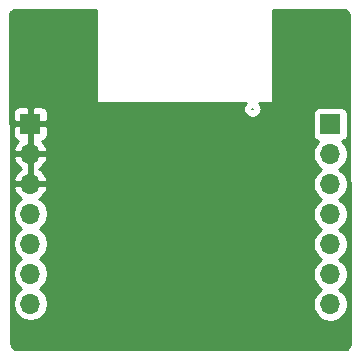
<source format=gbr>
%TF.GenerationSoftware,KiCad,Pcbnew,(5.1.9-0-10_14)*%
%TF.CreationDate,2021-02-18T15:53:41+03:00*%
%TF.ProjectId,DA14531MOD-Breakout,44413134-3533-4314-9d4f-442d42726561,rev?*%
%TF.SameCoordinates,Original*%
%TF.FileFunction,Copper,L2,Bot*%
%TF.FilePolarity,Positive*%
%FSLAX46Y46*%
G04 Gerber Fmt 4.6, Leading zero omitted, Abs format (unit mm)*
G04 Created by KiCad (PCBNEW (5.1.9-0-10_14)) date 2021-02-18 15:53:41*
%MOMM*%
%LPD*%
G01*
G04 APERTURE LIST*
%TA.AperFunction,ComponentPad*%
%ADD10O,1.700000X1.700000*%
%TD*%
%TA.AperFunction,ComponentPad*%
%ADD11R,1.700000X1.700000*%
%TD*%
%TA.AperFunction,ViaPad*%
%ADD12C,0.800000*%
%TD*%
%TA.AperFunction,Conductor*%
%ADD13C,0.200000*%
%TD*%
%TA.AperFunction,Conductor*%
%ADD14C,0.254000*%
%TD*%
%TA.AperFunction,Conductor*%
%ADD15C,0.100000*%
%TD*%
G04 APERTURE END LIST*
D10*
%TO.P,J1,7*%
%TO.N,/J8_P0_11*%
X78300000Y-95580000D03*
%TO.P,J1,6*%
%TO.N,VDD*%
X78300000Y-93040000D03*
%TO.P,J1,5*%
X78300000Y-90500000D03*
%TO.P,J1,4*%
%TO.N,/J5_P0_6*%
X78300000Y-87960000D03*
%TO.P,J1,3*%
%TO.N,GND*%
X78300000Y-85420000D03*
%TO.P,J1,2*%
X78300000Y-82880000D03*
D11*
%TO.P,J1,1*%
X78300000Y-80340000D03*
%TD*%
%TO.P,J2,1*%
%TO.N,/J16_P0_8*%
X103690000Y-80390000D03*
D10*
%TO.P,J2,2*%
%TO.N,/J15_P0_9*%
X103690000Y-82930000D03*
%TO.P,J2,3*%
%TO.N,/J14_P05_RXTX*%
X103690000Y-85470000D03*
%TO.P,J2,4*%
%TO.N,/J16_P0_7*%
X103690000Y-88010000D03*
%TO.P,J2,5*%
%TO.N,/J12_P00_RST*%
X103690000Y-90550000D03*
%TO.P,J2,6*%
%TO.N,/J10_P02_SWDCLK*%
X103690000Y-93090000D03*
%TO.P,J2,7*%
%TO.N,/J9_P010_SWDIO*%
X103690000Y-95630000D03*
%TD*%
D12*
%TO.N,GND*%
X83420000Y-79070000D03*
X83470000Y-83550000D03*
X87610000Y-88800000D03*
X95050000Y-88690000D03*
%TD*%
D13*
%TO.N,*%
X97140000Y-79100000D02*
X97060000Y-79100000D01*
%TD*%
D14*
%TO.N,GND*%
X83823000Y-78480000D02*
X83825440Y-78504776D01*
X83832667Y-78528601D01*
X83844403Y-78550557D01*
X83860197Y-78569803D01*
X83879443Y-78585597D01*
X83901399Y-78597333D01*
X83925224Y-78604560D01*
X83950000Y-78607000D01*
X96513767Y-78607000D01*
X96445913Y-78689680D01*
X96377663Y-78817367D01*
X96335635Y-78955915D01*
X96321444Y-79100000D01*
X96335635Y-79244085D01*
X96377663Y-79382633D01*
X96445913Y-79510320D01*
X96537762Y-79622238D01*
X96649680Y-79714087D01*
X96777367Y-79782337D01*
X96915915Y-79824365D01*
X97023895Y-79835000D01*
X97176105Y-79835000D01*
X97284085Y-79824365D01*
X97422633Y-79782337D01*
X97550320Y-79714087D01*
X97662238Y-79622238D01*
X97729729Y-79540000D01*
X102201928Y-79540000D01*
X102201928Y-81240000D01*
X102214188Y-81364482D01*
X102250498Y-81484180D01*
X102309463Y-81594494D01*
X102388815Y-81691185D01*
X102485506Y-81770537D01*
X102595820Y-81829502D01*
X102668380Y-81851513D01*
X102536525Y-81983368D01*
X102374010Y-82226589D01*
X102262068Y-82496842D01*
X102205000Y-82783740D01*
X102205000Y-83076260D01*
X102262068Y-83363158D01*
X102374010Y-83633411D01*
X102536525Y-83876632D01*
X102743368Y-84083475D01*
X102917760Y-84200000D01*
X102743368Y-84316525D01*
X102536525Y-84523368D01*
X102374010Y-84766589D01*
X102262068Y-85036842D01*
X102205000Y-85323740D01*
X102205000Y-85616260D01*
X102262068Y-85903158D01*
X102374010Y-86173411D01*
X102536525Y-86416632D01*
X102743368Y-86623475D01*
X102917760Y-86740000D01*
X102743368Y-86856525D01*
X102536525Y-87063368D01*
X102374010Y-87306589D01*
X102262068Y-87576842D01*
X102205000Y-87863740D01*
X102205000Y-88156260D01*
X102262068Y-88443158D01*
X102374010Y-88713411D01*
X102536525Y-88956632D01*
X102743368Y-89163475D01*
X102917760Y-89280000D01*
X102743368Y-89396525D01*
X102536525Y-89603368D01*
X102374010Y-89846589D01*
X102262068Y-90116842D01*
X102205000Y-90403740D01*
X102205000Y-90696260D01*
X102262068Y-90983158D01*
X102374010Y-91253411D01*
X102536525Y-91496632D01*
X102743368Y-91703475D01*
X102917760Y-91820000D01*
X102743368Y-91936525D01*
X102536525Y-92143368D01*
X102374010Y-92386589D01*
X102262068Y-92656842D01*
X102205000Y-92943740D01*
X102205000Y-93236260D01*
X102262068Y-93523158D01*
X102374010Y-93793411D01*
X102536525Y-94036632D01*
X102743368Y-94243475D01*
X102917760Y-94360000D01*
X102743368Y-94476525D01*
X102536525Y-94683368D01*
X102374010Y-94926589D01*
X102262068Y-95196842D01*
X102205000Y-95483740D01*
X102205000Y-95776260D01*
X102262068Y-96063158D01*
X102374010Y-96333411D01*
X102536525Y-96576632D01*
X102743368Y-96783475D01*
X102986589Y-96945990D01*
X103256842Y-97057932D01*
X103543740Y-97115000D01*
X103836260Y-97115000D01*
X104123158Y-97057932D01*
X104393411Y-96945990D01*
X104636632Y-96783475D01*
X104843475Y-96576632D01*
X105005990Y-96333411D01*
X105117932Y-96063158D01*
X105175000Y-95776260D01*
X105175000Y-95483740D01*
X105117932Y-95196842D01*
X105005990Y-94926589D01*
X104843475Y-94683368D01*
X104636632Y-94476525D01*
X104462240Y-94360000D01*
X104636632Y-94243475D01*
X104843475Y-94036632D01*
X105005990Y-93793411D01*
X105117932Y-93523158D01*
X105175000Y-93236260D01*
X105175000Y-92943740D01*
X105117932Y-92656842D01*
X105005990Y-92386589D01*
X104843475Y-92143368D01*
X104636632Y-91936525D01*
X104462240Y-91820000D01*
X104636632Y-91703475D01*
X104843475Y-91496632D01*
X105005990Y-91253411D01*
X105117932Y-90983158D01*
X105175000Y-90696260D01*
X105175000Y-90403740D01*
X105117932Y-90116842D01*
X105005990Y-89846589D01*
X104843475Y-89603368D01*
X104636632Y-89396525D01*
X104462240Y-89280000D01*
X104636632Y-89163475D01*
X104843475Y-88956632D01*
X105005990Y-88713411D01*
X105117932Y-88443158D01*
X105175000Y-88156260D01*
X105175000Y-87863740D01*
X105117932Y-87576842D01*
X105005990Y-87306589D01*
X104843475Y-87063368D01*
X104636632Y-86856525D01*
X104462240Y-86740000D01*
X104636632Y-86623475D01*
X104843475Y-86416632D01*
X105005990Y-86173411D01*
X105117932Y-85903158D01*
X105175000Y-85616260D01*
X105175000Y-85323740D01*
X105117932Y-85036842D01*
X105005990Y-84766589D01*
X104843475Y-84523368D01*
X104636632Y-84316525D01*
X104462240Y-84200000D01*
X104636632Y-84083475D01*
X104843475Y-83876632D01*
X105005990Y-83633411D01*
X105117932Y-83363158D01*
X105175000Y-83076260D01*
X105175000Y-82783740D01*
X105117932Y-82496842D01*
X105005990Y-82226589D01*
X104843475Y-81983368D01*
X104711620Y-81851513D01*
X104784180Y-81829502D01*
X104894494Y-81770537D01*
X104991185Y-81691185D01*
X105070537Y-81594494D01*
X105129502Y-81484180D01*
X105165812Y-81364482D01*
X105178072Y-81240000D01*
X105178072Y-79540000D01*
X105165812Y-79415518D01*
X105129502Y-79295820D01*
X105070537Y-79185506D01*
X104991185Y-79088815D01*
X104894494Y-79009463D01*
X104784180Y-78950498D01*
X104664482Y-78914188D01*
X104540000Y-78901928D01*
X102840000Y-78901928D01*
X102715518Y-78914188D01*
X102595820Y-78950498D01*
X102485506Y-79009463D01*
X102388815Y-79088815D01*
X102309463Y-79185506D01*
X102250498Y-79295820D01*
X102214188Y-79415518D01*
X102201928Y-79540000D01*
X97729729Y-79540000D01*
X97754087Y-79510320D01*
X97822337Y-79382633D01*
X97864365Y-79244085D01*
X97878556Y-79100000D01*
X97864365Y-78955915D01*
X97822337Y-78817367D01*
X97754087Y-78689680D01*
X97686233Y-78607000D01*
X98710000Y-78607000D01*
X98734776Y-78604560D01*
X98758601Y-78597333D01*
X98780557Y-78585597D01*
X98799803Y-78569803D01*
X98815597Y-78550557D01*
X98827333Y-78528601D01*
X98834560Y-78504776D01*
X98837000Y-78480000D01*
X98837000Y-70740000D01*
X104807724Y-70740000D01*
X104920962Y-70751103D01*
X104998845Y-70774617D01*
X105070672Y-70812809D01*
X105133716Y-70864227D01*
X105185570Y-70926907D01*
X105224264Y-70998470D01*
X105248322Y-71076187D01*
X105260088Y-71188131D01*
X105349896Y-98968781D01*
X105338897Y-99080962D01*
X105315383Y-99158845D01*
X105277192Y-99230671D01*
X105225774Y-99293716D01*
X105163089Y-99345573D01*
X105091531Y-99384264D01*
X105013813Y-99408322D01*
X104902705Y-99420000D01*
X77142276Y-99420000D01*
X77029038Y-99408897D01*
X76951155Y-99385383D01*
X76879329Y-99347192D01*
X76816284Y-99295774D01*
X76764427Y-99233089D01*
X76725736Y-99161531D01*
X76701678Y-99083813D01*
X76689892Y-98971680D01*
X76645806Y-87813740D01*
X76815000Y-87813740D01*
X76815000Y-88106260D01*
X76872068Y-88393158D01*
X76984010Y-88663411D01*
X77146525Y-88906632D01*
X77353368Y-89113475D01*
X77527760Y-89230000D01*
X77353368Y-89346525D01*
X77146525Y-89553368D01*
X76984010Y-89796589D01*
X76872068Y-90066842D01*
X76815000Y-90353740D01*
X76815000Y-90646260D01*
X76872068Y-90933158D01*
X76984010Y-91203411D01*
X77146525Y-91446632D01*
X77353368Y-91653475D01*
X77527760Y-91770000D01*
X77353368Y-91886525D01*
X77146525Y-92093368D01*
X76984010Y-92336589D01*
X76872068Y-92606842D01*
X76815000Y-92893740D01*
X76815000Y-93186260D01*
X76872068Y-93473158D01*
X76984010Y-93743411D01*
X77146525Y-93986632D01*
X77353368Y-94193475D01*
X77527760Y-94310000D01*
X77353368Y-94426525D01*
X77146525Y-94633368D01*
X76984010Y-94876589D01*
X76872068Y-95146842D01*
X76815000Y-95433740D01*
X76815000Y-95726260D01*
X76872068Y-96013158D01*
X76984010Y-96283411D01*
X77146525Y-96526632D01*
X77353368Y-96733475D01*
X77596589Y-96895990D01*
X77866842Y-97007932D01*
X78153740Y-97065000D01*
X78446260Y-97065000D01*
X78733158Y-97007932D01*
X79003411Y-96895990D01*
X79246632Y-96733475D01*
X79453475Y-96526632D01*
X79615990Y-96283411D01*
X79727932Y-96013158D01*
X79785000Y-95726260D01*
X79785000Y-95433740D01*
X79727932Y-95146842D01*
X79615990Y-94876589D01*
X79453475Y-94633368D01*
X79246632Y-94426525D01*
X79072240Y-94310000D01*
X79246632Y-94193475D01*
X79453475Y-93986632D01*
X79615990Y-93743411D01*
X79727932Y-93473158D01*
X79785000Y-93186260D01*
X79785000Y-92893740D01*
X79727932Y-92606842D01*
X79615990Y-92336589D01*
X79453475Y-92093368D01*
X79246632Y-91886525D01*
X79072240Y-91770000D01*
X79246632Y-91653475D01*
X79453475Y-91446632D01*
X79615990Y-91203411D01*
X79727932Y-90933158D01*
X79785000Y-90646260D01*
X79785000Y-90353740D01*
X79727932Y-90066842D01*
X79615990Y-89796589D01*
X79453475Y-89553368D01*
X79246632Y-89346525D01*
X79072240Y-89230000D01*
X79246632Y-89113475D01*
X79453475Y-88906632D01*
X79615990Y-88663411D01*
X79727932Y-88393158D01*
X79785000Y-88106260D01*
X79785000Y-87813740D01*
X79727932Y-87526842D01*
X79615990Y-87256589D01*
X79453475Y-87013368D01*
X79246632Y-86806525D01*
X79064466Y-86684805D01*
X79181355Y-86615178D01*
X79397588Y-86420269D01*
X79571641Y-86186920D01*
X79696825Y-85924099D01*
X79741476Y-85776890D01*
X79620155Y-85547000D01*
X78427000Y-85547000D01*
X78427000Y-85567000D01*
X78173000Y-85567000D01*
X78173000Y-85547000D01*
X76979845Y-85547000D01*
X76858524Y-85776890D01*
X76903175Y-85924099D01*
X77028359Y-86186920D01*
X77202412Y-86420269D01*
X77418645Y-86615178D01*
X77535534Y-86684805D01*
X77353368Y-86806525D01*
X77146525Y-87013368D01*
X76984010Y-87256589D01*
X76872068Y-87526842D01*
X76815000Y-87813740D01*
X76645806Y-87813740D01*
X76627723Y-83236890D01*
X76858524Y-83236890D01*
X76903175Y-83384099D01*
X77028359Y-83646920D01*
X77202412Y-83880269D01*
X77418645Y-84075178D01*
X77544255Y-84150000D01*
X77418645Y-84224822D01*
X77202412Y-84419731D01*
X77028359Y-84653080D01*
X76903175Y-84915901D01*
X76858524Y-85063110D01*
X76979845Y-85293000D01*
X78173000Y-85293000D01*
X78173000Y-83007000D01*
X78427000Y-83007000D01*
X78427000Y-85293000D01*
X79620155Y-85293000D01*
X79741476Y-85063110D01*
X79696825Y-84915901D01*
X79571641Y-84653080D01*
X79397588Y-84419731D01*
X79181355Y-84224822D01*
X79055745Y-84150000D01*
X79181355Y-84075178D01*
X79397588Y-83880269D01*
X79571641Y-83646920D01*
X79696825Y-83384099D01*
X79741476Y-83236890D01*
X79620155Y-83007000D01*
X78427000Y-83007000D01*
X78173000Y-83007000D01*
X76979845Y-83007000D01*
X76858524Y-83236890D01*
X76627723Y-83236890D01*
X76619635Y-81190000D01*
X76811928Y-81190000D01*
X76824188Y-81314482D01*
X76860498Y-81434180D01*
X76919463Y-81544494D01*
X76998815Y-81641185D01*
X77095506Y-81720537D01*
X77205820Y-81779502D01*
X77286466Y-81803966D01*
X77202412Y-81879731D01*
X77028359Y-82113080D01*
X76903175Y-82375901D01*
X76858524Y-82523110D01*
X76979845Y-82753000D01*
X78173000Y-82753000D01*
X78173000Y-80467000D01*
X78427000Y-80467000D01*
X78427000Y-82753000D01*
X79620155Y-82753000D01*
X79741476Y-82523110D01*
X79696825Y-82375901D01*
X79571641Y-82113080D01*
X79397588Y-81879731D01*
X79313534Y-81803966D01*
X79394180Y-81779502D01*
X79504494Y-81720537D01*
X79601185Y-81641185D01*
X79680537Y-81544494D01*
X79739502Y-81434180D01*
X79775812Y-81314482D01*
X79788072Y-81190000D01*
X79785000Y-80625750D01*
X79626250Y-80467000D01*
X78427000Y-80467000D01*
X78173000Y-80467000D01*
X76973750Y-80467000D01*
X76815000Y-80625750D01*
X76811928Y-81190000D01*
X76619635Y-81190000D01*
X76612918Y-79490000D01*
X76811928Y-79490000D01*
X76815000Y-80054250D01*
X76973750Y-80213000D01*
X78173000Y-80213000D01*
X78173000Y-79013750D01*
X78427000Y-79013750D01*
X78427000Y-80213000D01*
X79626250Y-80213000D01*
X79785000Y-80054250D01*
X79788072Y-79490000D01*
X79775812Y-79365518D01*
X79739502Y-79245820D01*
X79680537Y-79135506D01*
X79601185Y-79038815D01*
X79504494Y-78959463D01*
X79394180Y-78900498D01*
X79274482Y-78864188D01*
X79150000Y-78851928D01*
X78585750Y-78855000D01*
X78427000Y-79013750D01*
X78173000Y-79013750D01*
X78014250Y-78855000D01*
X77450000Y-78851928D01*
X77325518Y-78864188D01*
X77205820Y-78900498D01*
X77095506Y-78959463D01*
X76998815Y-79038815D01*
X76919463Y-79135506D01*
X76860498Y-79245820D01*
X76824188Y-79365518D01*
X76811928Y-79490000D01*
X76612918Y-79490000D01*
X76580127Y-71190983D01*
X76591103Y-71079038D01*
X76614617Y-71001155D01*
X76652809Y-70929328D01*
X76704227Y-70866284D01*
X76766907Y-70814430D01*
X76838470Y-70775736D01*
X76916187Y-70751678D01*
X77027295Y-70740000D01*
X83823000Y-70740000D01*
X83823000Y-78480000D01*
%TA.AperFunction,Conductor*%
D15*
G36*
X83823000Y-78480000D02*
G01*
X83825440Y-78504776D01*
X83832667Y-78528601D01*
X83844403Y-78550557D01*
X83860197Y-78569803D01*
X83879443Y-78585597D01*
X83901399Y-78597333D01*
X83925224Y-78604560D01*
X83950000Y-78607000D01*
X96513767Y-78607000D01*
X96445913Y-78689680D01*
X96377663Y-78817367D01*
X96335635Y-78955915D01*
X96321444Y-79100000D01*
X96335635Y-79244085D01*
X96377663Y-79382633D01*
X96445913Y-79510320D01*
X96537762Y-79622238D01*
X96649680Y-79714087D01*
X96777367Y-79782337D01*
X96915915Y-79824365D01*
X97023895Y-79835000D01*
X97176105Y-79835000D01*
X97284085Y-79824365D01*
X97422633Y-79782337D01*
X97550320Y-79714087D01*
X97662238Y-79622238D01*
X97729729Y-79540000D01*
X102201928Y-79540000D01*
X102201928Y-81240000D01*
X102214188Y-81364482D01*
X102250498Y-81484180D01*
X102309463Y-81594494D01*
X102388815Y-81691185D01*
X102485506Y-81770537D01*
X102595820Y-81829502D01*
X102668380Y-81851513D01*
X102536525Y-81983368D01*
X102374010Y-82226589D01*
X102262068Y-82496842D01*
X102205000Y-82783740D01*
X102205000Y-83076260D01*
X102262068Y-83363158D01*
X102374010Y-83633411D01*
X102536525Y-83876632D01*
X102743368Y-84083475D01*
X102917760Y-84200000D01*
X102743368Y-84316525D01*
X102536525Y-84523368D01*
X102374010Y-84766589D01*
X102262068Y-85036842D01*
X102205000Y-85323740D01*
X102205000Y-85616260D01*
X102262068Y-85903158D01*
X102374010Y-86173411D01*
X102536525Y-86416632D01*
X102743368Y-86623475D01*
X102917760Y-86740000D01*
X102743368Y-86856525D01*
X102536525Y-87063368D01*
X102374010Y-87306589D01*
X102262068Y-87576842D01*
X102205000Y-87863740D01*
X102205000Y-88156260D01*
X102262068Y-88443158D01*
X102374010Y-88713411D01*
X102536525Y-88956632D01*
X102743368Y-89163475D01*
X102917760Y-89280000D01*
X102743368Y-89396525D01*
X102536525Y-89603368D01*
X102374010Y-89846589D01*
X102262068Y-90116842D01*
X102205000Y-90403740D01*
X102205000Y-90696260D01*
X102262068Y-90983158D01*
X102374010Y-91253411D01*
X102536525Y-91496632D01*
X102743368Y-91703475D01*
X102917760Y-91820000D01*
X102743368Y-91936525D01*
X102536525Y-92143368D01*
X102374010Y-92386589D01*
X102262068Y-92656842D01*
X102205000Y-92943740D01*
X102205000Y-93236260D01*
X102262068Y-93523158D01*
X102374010Y-93793411D01*
X102536525Y-94036632D01*
X102743368Y-94243475D01*
X102917760Y-94360000D01*
X102743368Y-94476525D01*
X102536525Y-94683368D01*
X102374010Y-94926589D01*
X102262068Y-95196842D01*
X102205000Y-95483740D01*
X102205000Y-95776260D01*
X102262068Y-96063158D01*
X102374010Y-96333411D01*
X102536525Y-96576632D01*
X102743368Y-96783475D01*
X102986589Y-96945990D01*
X103256842Y-97057932D01*
X103543740Y-97115000D01*
X103836260Y-97115000D01*
X104123158Y-97057932D01*
X104393411Y-96945990D01*
X104636632Y-96783475D01*
X104843475Y-96576632D01*
X105005990Y-96333411D01*
X105117932Y-96063158D01*
X105175000Y-95776260D01*
X105175000Y-95483740D01*
X105117932Y-95196842D01*
X105005990Y-94926589D01*
X104843475Y-94683368D01*
X104636632Y-94476525D01*
X104462240Y-94360000D01*
X104636632Y-94243475D01*
X104843475Y-94036632D01*
X105005990Y-93793411D01*
X105117932Y-93523158D01*
X105175000Y-93236260D01*
X105175000Y-92943740D01*
X105117932Y-92656842D01*
X105005990Y-92386589D01*
X104843475Y-92143368D01*
X104636632Y-91936525D01*
X104462240Y-91820000D01*
X104636632Y-91703475D01*
X104843475Y-91496632D01*
X105005990Y-91253411D01*
X105117932Y-90983158D01*
X105175000Y-90696260D01*
X105175000Y-90403740D01*
X105117932Y-90116842D01*
X105005990Y-89846589D01*
X104843475Y-89603368D01*
X104636632Y-89396525D01*
X104462240Y-89280000D01*
X104636632Y-89163475D01*
X104843475Y-88956632D01*
X105005990Y-88713411D01*
X105117932Y-88443158D01*
X105175000Y-88156260D01*
X105175000Y-87863740D01*
X105117932Y-87576842D01*
X105005990Y-87306589D01*
X104843475Y-87063368D01*
X104636632Y-86856525D01*
X104462240Y-86740000D01*
X104636632Y-86623475D01*
X104843475Y-86416632D01*
X105005990Y-86173411D01*
X105117932Y-85903158D01*
X105175000Y-85616260D01*
X105175000Y-85323740D01*
X105117932Y-85036842D01*
X105005990Y-84766589D01*
X104843475Y-84523368D01*
X104636632Y-84316525D01*
X104462240Y-84200000D01*
X104636632Y-84083475D01*
X104843475Y-83876632D01*
X105005990Y-83633411D01*
X105117932Y-83363158D01*
X105175000Y-83076260D01*
X105175000Y-82783740D01*
X105117932Y-82496842D01*
X105005990Y-82226589D01*
X104843475Y-81983368D01*
X104711620Y-81851513D01*
X104784180Y-81829502D01*
X104894494Y-81770537D01*
X104991185Y-81691185D01*
X105070537Y-81594494D01*
X105129502Y-81484180D01*
X105165812Y-81364482D01*
X105178072Y-81240000D01*
X105178072Y-79540000D01*
X105165812Y-79415518D01*
X105129502Y-79295820D01*
X105070537Y-79185506D01*
X104991185Y-79088815D01*
X104894494Y-79009463D01*
X104784180Y-78950498D01*
X104664482Y-78914188D01*
X104540000Y-78901928D01*
X102840000Y-78901928D01*
X102715518Y-78914188D01*
X102595820Y-78950498D01*
X102485506Y-79009463D01*
X102388815Y-79088815D01*
X102309463Y-79185506D01*
X102250498Y-79295820D01*
X102214188Y-79415518D01*
X102201928Y-79540000D01*
X97729729Y-79540000D01*
X97754087Y-79510320D01*
X97822337Y-79382633D01*
X97864365Y-79244085D01*
X97878556Y-79100000D01*
X97864365Y-78955915D01*
X97822337Y-78817367D01*
X97754087Y-78689680D01*
X97686233Y-78607000D01*
X98710000Y-78607000D01*
X98734776Y-78604560D01*
X98758601Y-78597333D01*
X98780557Y-78585597D01*
X98799803Y-78569803D01*
X98815597Y-78550557D01*
X98827333Y-78528601D01*
X98834560Y-78504776D01*
X98837000Y-78480000D01*
X98837000Y-70740000D01*
X104807724Y-70740000D01*
X104920962Y-70751103D01*
X104998845Y-70774617D01*
X105070672Y-70812809D01*
X105133716Y-70864227D01*
X105185570Y-70926907D01*
X105224264Y-70998470D01*
X105248322Y-71076187D01*
X105260088Y-71188131D01*
X105349896Y-98968781D01*
X105338897Y-99080962D01*
X105315383Y-99158845D01*
X105277192Y-99230671D01*
X105225774Y-99293716D01*
X105163089Y-99345573D01*
X105091531Y-99384264D01*
X105013813Y-99408322D01*
X104902705Y-99420000D01*
X77142276Y-99420000D01*
X77029038Y-99408897D01*
X76951155Y-99385383D01*
X76879329Y-99347192D01*
X76816284Y-99295774D01*
X76764427Y-99233089D01*
X76725736Y-99161531D01*
X76701678Y-99083813D01*
X76689892Y-98971680D01*
X76645806Y-87813740D01*
X76815000Y-87813740D01*
X76815000Y-88106260D01*
X76872068Y-88393158D01*
X76984010Y-88663411D01*
X77146525Y-88906632D01*
X77353368Y-89113475D01*
X77527760Y-89230000D01*
X77353368Y-89346525D01*
X77146525Y-89553368D01*
X76984010Y-89796589D01*
X76872068Y-90066842D01*
X76815000Y-90353740D01*
X76815000Y-90646260D01*
X76872068Y-90933158D01*
X76984010Y-91203411D01*
X77146525Y-91446632D01*
X77353368Y-91653475D01*
X77527760Y-91770000D01*
X77353368Y-91886525D01*
X77146525Y-92093368D01*
X76984010Y-92336589D01*
X76872068Y-92606842D01*
X76815000Y-92893740D01*
X76815000Y-93186260D01*
X76872068Y-93473158D01*
X76984010Y-93743411D01*
X77146525Y-93986632D01*
X77353368Y-94193475D01*
X77527760Y-94310000D01*
X77353368Y-94426525D01*
X77146525Y-94633368D01*
X76984010Y-94876589D01*
X76872068Y-95146842D01*
X76815000Y-95433740D01*
X76815000Y-95726260D01*
X76872068Y-96013158D01*
X76984010Y-96283411D01*
X77146525Y-96526632D01*
X77353368Y-96733475D01*
X77596589Y-96895990D01*
X77866842Y-97007932D01*
X78153740Y-97065000D01*
X78446260Y-97065000D01*
X78733158Y-97007932D01*
X79003411Y-96895990D01*
X79246632Y-96733475D01*
X79453475Y-96526632D01*
X79615990Y-96283411D01*
X79727932Y-96013158D01*
X79785000Y-95726260D01*
X79785000Y-95433740D01*
X79727932Y-95146842D01*
X79615990Y-94876589D01*
X79453475Y-94633368D01*
X79246632Y-94426525D01*
X79072240Y-94310000D01*
X79246632Y-94193475D01*
X79453475Y-93986632D01*
X79615990Y-93743411D01*
X79727932Y-93473158D01*
X79785000Y-93186260D01*
X79785000Y-92893740D01*
X79727932Y-92606842D01*
X79615990Y-92336589D01*
X79453475Y-92093368D01*
X79246632Y-91886525D01*
X79072240Y-91770000D01*
X79246632Y-91653475D01*
X79453475Y-91446632D01*
X79615990Y-91203411D01*
X79727932Y-90933158D01*
X79785000Y-90646260D01*
X79785000Y-90353740D01*
X79727932Y-90066842D01*
X79615990Y-89796589D01*
X79453475Y-89553368D01*
X79246632Y-89346525D01*
X79072240Y-89230000D01*
X79246632Y-89113475D01*
X79453475Y-88906632D01*
X79615990Y-88663411D01*
X79727932Y-88393158D01*
X79785000Y-88106260D01*
X79785000Y-87813740D01*
X79727932Y-87526842D01*
X79615990Y-87256589D01*
X79453475Y-87013368D01*
X79246632Y-86806525D01*
X79064466Y-86684805D01*
X79181355Y-86615178D01*
X79397588Y-86420269D01*
X79571641Y-86186920D01*
X79696825Y-85924099D01*
X79741476Y-85776890D01*
X79620155Y-85547000D01*
X78427000Y-85547000D01*
X78427000Y-85567000D01*
X78173000Y-85567000D01*
X78173000Y-85547000D01*
X76979845Y-85547000D01*
X76858524Y-85776890D01*
X76903175Y-85924099D01*
X77028359Y-86186920D01*
X77202412Y-86420269D01*
X77418645Y-86615178D01*
X77535534Y-86684805D01*
X77353368Y-86806525D01*
X77146525Y-87013368D01*
X76984010Y-87256589D01*
X76872068Y-87526842D01*
X76815000Y-87813740D01*
X76645806Y-87813740D01*
X76627723Y-83236890D01*
X76858524Y-83236890D01*
X76903175Y-83384099D01*
X77028359Y-83646920D01*
X77202412Y-83880269D01*
X77418645Y-84075178D01*
X77544255Y-84150000D01*
X77418645Y-84224822D01*
X77202412Y-84419731D01*
X77028359Y-84653080D01*
X76903175Y-84915901D01*
X76858524Y-85063110D01*
X76979845Y-85293000D01*
X78173000Y-85293000D01*
X78173000Y-83007000D01*
X78427000Y-83007000D01*
X78427000Y-85293000D01*
X79620155Y-85293000D01*
X79741476Y-85063110D01*
X79696825Y-84915901D01*
X79571641Y-84653080D01*
X79397588Y-84419731D01*
X79181355Y-84224822D01*
X79055745Y-84150000D01*
X79181355Y-84075178D01*
X79397588Y-83880269D01*
X79571641Y-83646920D01*
X79696825Y-83384099D01*
X79741476Y-83236890D01*
X79620155Y-83007000D01*
X78427000Y-83007000D01*
X78173000Y-83007000D01*
X76979845Y-83007000D01*
X76858524Y-83236890D01*
X76627723Y-83236890D01*
X76619635Y-81190000D01*
X76811928Y-81190000D01*
X76824188Y-81314482D01*
X76860498Y-81434180D01*
X76919463Y-81544494D01*
X76998815Y-81641185D01*
X77095506Y-81720537D01*
X77205820Y-81779502D01*
X77286466Y-81803966D01*
X77202412Y-81879731D01*
X77028359Y-82113080D01*
X76903175Y-82375901D01*
X76858524Y-82523110D01*
X76979845Y-82753000D01*
X78173000Y-82753000D01*
X78173000Y-80467000D01*
X78427000Y-80467000D01*
X78427000Y-82753000D01*
X79620155Y-82753000D01*
X79741476Y-82523110D01*
X79696825Y-82375901D01*
X79571641Y-82113080D01*
X79397588Y-81879731D01*
X79313534Y-81803966D01*
X79394180Y-81779502D01*
X79504494Y-81720537D01*
X79601185Y-81641185D01*
X79680537Y-81544494D01*
X79739502Y-81434180D01*
X79775812Y-81314482D01*
X79788072Y-81190000D01*
X79785000Y-80625750D01*
X79626250Y-80467000D01*
X78427000Y-80467000D01*
X78173000Y-80467000D01*
X76973750Y-80467000D01*
X76815000Y-80625750D01*
X76811928Y-81190000D01*
X76619635Y-81190000D01*
X76612918Y-79490000D01*
X76811928Y-79490000D01*
X76815000Y-80054250D01*
X76973750Y-80213000D01*
X78173000Y-80213000D01*
X78173000Y-79013750D01*
X78427000Y-79013750D01*
X78427000Y-80213000D01*
X79626250Y-80213000D01*
X79785000Y-80054250D01*
X79788072Y-79490000D01*
X79775812Y-79365518D01*
X79739502Y-79245820D01*
X79680537Y-79135506D01*
X79601185Y-79038815D01*
X79504494Y-78959463D01*
X79394180Y-78900498D01*
X79274482Y-78864188D01*
X79150000Y-78851928D01*
X78585750Y-78855000D01*
X78427000Y-79013750D01*
X78173000Y-79013750D01*
X78014250Y-78855000D01*
X77450000Y-78851928D01*
X77325518Y-78864188D01*
X77205820Y-78900498D01*
X77095506Y-78959463D01*
X76998815Y-79038815D01*
X76919463Y-79135506D01*
X76860498Y-79245820D01*
X76824188Y-79365518D01*
X76811928Y-79490000D01*
X76612918Y-79490000D01*
X76580127Y-71190983D01*
X76591103Y-71079038D01*
X76614617Y-71001155D01*
X76652809Y-70929328D01*
X76704227Y-70866284D01*
X76766907Y-70814430D01*
X76838470Y-70775736D01*
X76916187Y-70751678D01*
X77027295Y-70740000D01*
X83823000Y-70740000D01*
X83823000Y-78480000D01*
G37*
%TD.AperFunction*%
%TD*%
M02*

</source>
